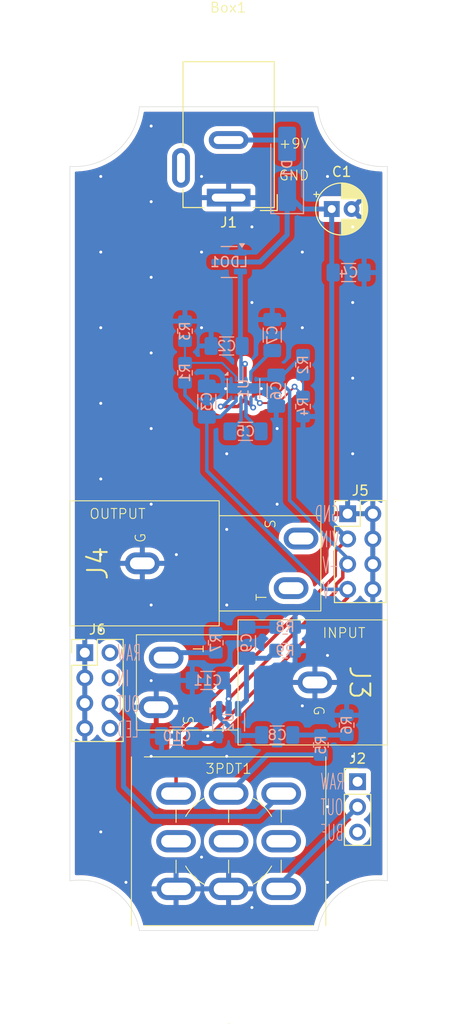
<source format=kicad_pcb>
(kicad_pcb (version 20240108) (generator "pcbnew") (generator_version "8.0")
  (layers (0 "F.Cu" jumper) (1 "In1.Cu" signal) (2 "In2.Cu" signal) (31 "B.Cu" signal) (34 "B.Paste" user) (35 "F.Paste" user) (36 "B.SilkS" user "B.Silkscreen") (37 "F.SilkS" user "F.Silkscreen") (38 "B.Mask" user) (39 "F.Mask" user) (44 "Edge.Cuts" user))
  (net 0 "")
  (net 1 "GND")
  (net 2 "VIN")
  (net 3 "+5V")
  (net 4 "Net-(U1-C+)")
  (net 5 "Net-(U1-C-)")
  (net 6 "+V")
  (net 7 "Net-(D1-A)")
  (net 8 "-V")
  (net 9 "LED")
  (net 10 "Net-(U1-CP)")
  (net 11 "Net-(U2--)")
  (net 12 "OUT^{RAW_OR_BUF}")
  (net 13 "IN^{RAW}")
  (net 14 "OUT^{RAW}")
  (net 16 "BUFFERED")
  (net 17 "IN^{EFF}")
  (net 18 "OUT^{EFF}")
  (net 19 "IN")
  (net 20 "FB+")
  (net 22 "FB-")
  (net 23 "Net-(C8-Pad2)")
  (net 24 "Net-(C9-Pad1)")
  (footprint "Connector_PinHeader_2.54mm:PinHeader_1x03_P2.54mm_Vertical" (layer "F.Cu") (at 113 126)
    (property "Reference" "J2" (at 0 -2.33 0) (layer "F.SilkS"))
    (property "Value" "Conn_01x03_Pin")
    (pad "1" thru_hole rect (at 0 0) (size 1.7 1.7) (drill 1) (layers "*.Cu" "*.Mask" "In3.Cu" "In4.Cu" "In5.Cu" "In6.Cu" "In7.Cu" "In8.Cu" "In9.Cu" "In10.Cu" "In11.Cu" "In12.Cu" "In13.Cu" "In14.Cu" "In15.Cu" "In16.Cu" "In17.Cu" "In18.Cu" "In19.Cu" "In20.Cu" "In21.Cu" "In22.Cu" "In23.Cu" "In24.Cu" "In25.Cu" "In26.Cu" "In27.Cu" "In28.Cu" "In29.Cu" "In30.Cu") (net 13 "IN^{RAW}"))
    (pad "2" thru_hole oval (at 0 2.54) (size 1.7 1.7) (drill 1) (layers "*.Cu" "*.Mask" "In3.Cu" "In4.Cu" "In5.Cu" "In6.Cu" "In7.Cu" "In8.Cu" "In9.Cu" "In10.Cu" "In11.Cu" "In12.Cu" "In13.Cu" "In14.Cu" "In15.Cu" "In16.Cu" "In17.Cu" "In18.Cu" "In19.Cu" "In20.Cu" "In21.Cu" "In22.Cu" "In23.Cu" "In24.Cu" "In25.Cu" "In26.Cu" "In27.Cu" "In28.Cu" "In29.Cu" "In30.Cu") (net 12 "OUT^{RAW_OR_BUF}"))
    (pad "3" thru_hole oval (at 0 5.08) (size 1.7 1.7) (drill 1) (layers "*.Cu" "*.Mask" "In3.Cu" "In4.Cu" "In5.Cu" "In6.Cu" "In7.Cu" "In8.Cu" "In9.Cu" "In10.Cu" "In11.Cu" "In12.Cu" "In13.Cu" "In14.Cu" "In15.Cu" "In16.Cu" "In17.Cu" "In18.Cu" "In19.Cu" "In20.Cu" "In21.Cu" "In22.Cu" "In23.Cu" "In24.Cu" "In25.Cu" "In26.Cu" "In27.Cu" "In28.Cu" "In29.Cu" "In30.Cu") (net 16 "BUFFERED"))
  )
  (footprint "Connector_PinHeader_2.54mm:PinHeader_2x04_P2.54mm_Vertical" (layer "F.Cu") (at 112 99)
    (property "Reference" "J5" (at 1.27 -2.33 0) (layer "F.SilkS"))
    (property "Value" "Conn_02x04_Odd_Even")
    (pad "1" thru_hole rect (at 0 0) (size 1.7 1.7) (drill 1) (layers "*.Cu" "*.Mask" "In3.Cu" "In4.Cu" "In5.Cu" "In6.Cu" "In7.Cu" "In8.Cu" "In9.Cu" "In10.Cu" "In11.Cu" "In12.Cu" "In13.Cu" "In14.Cu" "In15.Cu" "In16.Cu" "In17.Cu" "In18.Cu" "In19.Cu" "In20.Cu" "In21.Cu" "In22.Cu" "In23.Cu" "In24.Cu" "In25.Cu" "In26.Cu" "In27.Cu" "In28.Cu" "In29.Cu" "In30.Cu") (net 1 "GND"))
    (pad "2" thru_hole oval (at 2.54 0) (size 1.7 1.7) (drill 1) (layers "*.Cu" "*.Mask" "In3.Cu" "In4.Cu" "In5.Cu" "In6.Cu" "In7.Cu" "In8.Cu" "In9.Cu" "In10.Cu" "In11.Cu" "In12.Cu" "In13.Cu" "In14.Cu" "In15.Cu" "In16.Cu" "In17.Cu" "In18.Cu" "In19.Cu" "In20.Cu" "In21.Cu" "In22.Cu" "In23.Cu" "In24.Cu" "In25.Cu" "In26.Cu" "In27.Cu" "In28.Cu" "In29.Cu" "In30.Cu") (net 1 "GND"))
    (pad "3" thru_hole oval (at 0 2.54) (size 1.7 1.7) (drill 1) (layers "*.Cu" "*.Mask" "In3.Cu" "In4.Cu" "In5.Cu" "In6.Cu" "In7.Cu" "In8.Cu" "In9.Cu" "In10.Cu" "In11.Cu" "In12.Cu" "In13.Cu" "In14.Cu" "In15.Cu" "In16.Cu" "In17.Cu" "In18.Cu" "In19.Cu" "In20.Cu" "In21.Cu" "In22.Cu" "In23.Cu" "In24.Cu" "In25.Cu" "In26.Cu" "In27.Cu" "In28.Cu" "In29.Cu" "In30.Cu") (net 2 "VIN"))
    (pad "4" thru_hole oval (at 2.54 2.54) (size 1.7 1.7) (drill 1) (layers "*.Cu" "*.Mask" "In3.Cu" "In4.Cu" "In5.Cu" "In6.Cu" "In7.Cu" "In8.Cu" "In9.Cu" "In10.Cu" "In11.Cu" "In12.Cu" "In13.Cu" "In14.Cu" "In15.Cu" "In16.Cu" "In17.Cu" "In18.Cu" "In19.Cu" "In20.Cu" "In21.Cu" "In22.Cu" "In23.Cu" "In24.Cu" "In25.Cu" "In26.Cu" "In27.Cu" "In28.Cu" "In29.Cu" "In30.Cu") (net 1 "GND"))
    (pad "5" thru_hole oval (at 0 5.08) (size 1.7 1.7) (drill 1) (layers "*.Cu" "*.Mask" "In3.Cu" "In4.Cu" "In5.Cu" "In6.Cu" "In7.Cu" "In8.Cu" "In9.Cu" "In10.Cu" "In11.Cu" "In12.Cu" "In13.Cu" "In14.Cu" "In15.Cu" "In16.Cu" "In17.Cu" "In18.Cu" "In19.Cu" "In20.Cu" "In21.Cu" "In22.Cu" "In23.Cu" "In24.Cu" "In25.Cu" "In26.Cu" "In27.Cu" "In28.Cu" "In29.Cu" "In30.Cu") (net 8 "-V"))
    (pad "6" thru_hole oval (at 2.54 5.08) (size 1.7 1.7) (drill 1) (layers "*.Cu" "*.Mask" "In3.Cu" "In4.Cu" "In5.Cu" "In6.Cu" "In7.Cu" "In8.Cu" "In9.Cu" "In10.Cu" "In11.Cu" "In12.Cu" "In13.Cu" "In14.Cu" "In15.Cu" "In16.Cu" "In17.Cu" "In18.Cu" "In19.Cu" "In20.Cu" "In21.Cu" "In22.Cu" "In23.Cu" "In24.Cu" "In25.Cu" "In26.Cu" "In27.Cu" "In28.Cu" "In29.Cu" "In30.Cu") (net 1 "GND"))
    (pad "7" thru_hole oval (at 0 7.62) (size 1.7 1.7) (drill 1) (layers "*.Cu" "*.Mask" "In3.Cu" "In4.Cu" "In5.Cu" "In6.Cu" "In7.Cu" "In8.Cu" "In9.Cu" "In10.Cu" "In11.Cu" "In12.Cu" "In13.Cu" "In14.Cu" "In15.Cu" "In16.Cu" "In17.Cu" "In18.Cu" "In19.Cu" "In20.Cu" "In21.Cu" "In22.Cu" "In23.Cu" "In24.Cu" "In25.Cu" "In26.Cu" "In27.Cu" "In28.Cu" "In29.Cu" "In30.Cu") (net 6 "+V"))
    (pad "8" thru_hole oval (at 2.54 7.62) (size 1.7 1.7) (drill 1) (layers "*.Cu" "*.Mask" "In3.Cu" "In4.Cu" "In5.Cu" "In6.Cu" "In7.Cu" "In8.Cu" "In9.Cu" "In10.Cu" "In11.Cu" "In12.Cu" "In13.Cu" "In14.Cu" "In15.Cu" "In16.Cu" "In17.Cu" "In18.Cu" "In19.Cu" "In20.Cu" "In21.Cu" "In22.Cu" "In23.Cu" "In24.Cu" "In25.Cu" "In26.Cu" "In27.Cu" "In28.Cu" "In29.Cu" "In30.Cu") (net 1 "GND"))
  )
  (footprint "Mylib:1590A" (layer "F.Cu") (at 100 100)
    (property "Reference" "Box1" (at -0.05 -52 0) (layer "F.SilkS") (effects (font (thickness 0.1))))
    (property "Value" "1590A")
  )
  (footprint "Mylib:3PDT-Stomp-Switch" (layer "F.Cu") (at 100 132)
    (property "Reference" "3PDT1" (at 0 -7.3 0) (layer "F.SilkS") (effects (font (thickness 0.1))))
    (property "Value" "StompSwitch")
    (pad "1" thru_hole oval (at -5.3 -4.8) (size 4 2.25) (drill oval 3 1.25) (layers "*.Cu" "*.Mask" "In3.Cu" "In4.Cu" "In5.Cu" "In6.Cu" "In7.Cu" "In8.Cu" "In9.Cu" "In10.Cu" "In11.Cu" "In12.Cu" "In13.Cu" "In14.Cu" "In15.Cu" "In16.Cu" "In17.Cu" "In18.Cu" "In19.Cu" "In20.Cu" "In21.Cu" "In22.Cu" "In23.Cu" "In24.Cu" "In25.Cu" "In26.Cu" "In27.Cu" "In28.Cu" "In29.Cu" "In30.Cu") (net 2 "VIN"))
    (pad "2" thru_hole oval (at -5.3 0) (size 4 2.25) (drill oval 3 1.25) (layers "*.Cu" "*.Mask" "In3.Cu" "In4.Cu" "In5.Cu" "In6.Cu" "In7.Cu" "In8.Cu" "In9.Cu" "In10.Cu" "In11.Cu" "In12.Cu" "In13.Cu" "In14.Cu" "In15.Cu" "In16.Cu" "In17.Cu" "In18.Cu" "In19.Cu" "In20.Cu" "In21.Cu" "In22.Cu" "In23.Cu" "In24.Cu" "In25.Cu" "In26.Cu" "In27.Cu" "In28.Cu" "In29.Cu" "In30.Cu") (net 9 "LED"))
    (pad "3" thru_hole oval (at -5.3 4.8) (size 4 2.25) (drill oval 3 1.25) (layers "*.Cu" "*.Mask" "In3.Cu" "In4.Cu" "In5.Cu" "In6.Cu" "In7.Cu" "In8.Cu" "In9.Cu" "In10.Cu" "In11.Cu" "In12.Cu" "In13.Cu" "In14.Cu" "In15.Cu" "In16.Cu" "In17.Cu" "In18.Cu" "In19.Cu" "In20.Cu" "In21.Cu" "In22.Cu" "In23.Cu" "In24.Cu" "In25.Cu" "In26.Cu" "In27.Cu" "In28.Cu" "In29.Cu" "In30.Cu") (net 1 "GND"))
    (pad "4" thru_hole oval (at 0 -4.8) (size 4 2.25) (drill oval 3 1.25) (layers "*.Cu" "*.Mask" "In3.Cu" "In4.Cu" "In5.Cu" "In6.Cu" "In7.Cu" "In8.Cu" "In9.Cu" "In10.Cu" "In11.Cu" "In12.Cu" "In13.Cu" "In14.Cu" "In15.Cu" "In16.Cu" "In17.Cu" "In18.Cu" "In19.Cu" "In20.Cu" "In21.Cu" "In22.Cu" "In23.Cu" "In24.Cu" "In25.Cu" "In26.Cu" "In27.Cu" "In28.Cu" "In29.Cu" "In30.Cu") (net 16 "BUFFERED"))
    (pad "5" thru_hole oval (at 0 0) (size 4 2.25) (drill oval 3 1.25) (layers "*.Cu" "*.Mask" "In3.Cu" "In4.Cu" "In5.Cu" "In6.Cu" "In7.Cu" "In8.Cu" "In9.Cu" "In10.Cu" "In11.Cu" "In12.Cu" "In13.Cu" "In14.Cu" "In15.Cu" "In16.Cu" "In17.Cu" "In18.Cu" "In19.Cu" "In20.Cu" "In21.Cu" "In22.Cu" "In23.Cu" "In24.Cu" "In25.Cu" "In26.Cu" "In27.Cu" "In28.Cu" "In29.Cu" "In30.Cu") (net 17 "IN^{EFF}"))
    (pad "6" thru_hole oval (at 0 4.8) (size 4 2.25) (drill oval 3 1.25) (layers "*.Cu" "*.Mask" "In3.Cu" "In4.Cu" "In5.Cu" "In6.Cu" "In7.Cu" "In8.Cu" "In9.Cu" "In10.Cu" "In11.Cu" "In12.Cu" "In13.Cu" "In14.Cu" "In15.Cu" "In16.Cu" "In17.Cu" "In18.Cu" "In19.Cu" "In20.Cu" "In21.Cu" "In22.Cu" "In23.Cu" "In24.Cu" "In25.Cu" "In26.Cu" "In27.Cu" "In28.Cu" "In29.Cu" "In30.Cu") (net 1 "GND"))
    (pad "7" thru_hole oval (at 5.3 -4.8) (size 4 2.25) (drill oval 3 1.25) (layers "*.Cu" "*.Mask" "In3.Cu" "In4.Cu" "In5.Cu" "In6.Cu" "In7.Cu" "In8.Cu" "In9.Cu" "In10.Cu" "In11.Cu" "In12.Cu" "In13.Cu" "In14.Cu" "In15.Cu" "In16.Cu" "In17.Cu" "In18.Cu" "In19.Cu" "In20.Cu" "In21.Cu" "In22.Cu" "In23.Cu" "In24.Cu" "In25.Cu" "In26.Cu" "In27.Cu" "In28.Cu" "In29.Cu" "In30.Cu") (net 18 "OUT^{EFF}"))
    (pad "8" thru_hole oval (at 5.3 0) (size 4 2.25) (drill oval 3 1.25) (layers "*.Cu" "*.Mask" "In3.Cu" "In4.Cu" "In5.Cu" "In6.Cu" "In7.Cu" "In8.Cu" "In9.Cu" "In10.Cu" "In11.Cu" "In12.Cu" "In13.Cu" "In14.Cu" "In15.Cu" "In16.Cu" "In17.Cu" "In18.Cu" "In19.Cu" "In20.Cu" "In21.Cu" "In22.Cu" "In23.Cu" "In24.Cu" "In25.Cu" "In26.Cu" "In27.Cu" "In28.Cu" "In29.Cu" "In30.Cu") (net 14 "OUT^{RAW}"))
    (pad "9" thru_hole oval (at 5.3 4.8) (size 4 2.25) (drill oval 3 1.25) (layers "*.Cu" "*.Mask" "In3.Cu" "In4.Cu" "In5.Cu" "In6.Cu" "In7.Cu" "In8.Cu" "In9.Cu" "In10.Cu" "In11.Cu" "In12.Cu" "In13.Cu" "In14.Cu" "In15.Cu" "In16.Cu" "In17.Cu" "In18.Cu" "In19.Cu" "In20.Cu" "In21.Cu" "In22.Cu" "In23.Cu" "In24.Cu" "In25.Cu" "In26.Cu" "In27.Cu" "In28.Cu" "In29.Cu" "In30.Cu") (net 12 "OUT^{RAW_OR_BUF}"))
  )
  (footprint "Connector_PinHeader_2.54mm:PinHeader_2x04_P2.54mm_Vertical" (layer "F.Cu") (at 85.5 113)
    (property "Reference" "J6" (at 1.27 -2.33 0) (layer "F.SilkS"))
    (property "Value" "Conn_02x04_Odd_Even")
    (pad "1" thru_hole rect (at 0 0) (size 1.7 1.7) (drill 1) (layers "*.Cu" "*.Mask" "In3.Cu" "In4.Cu" "In5.Cu" "In6.Cu" "In7.Cu" "In8.Cu" "In9.Cu" "In10.Cu" "In11.Cu" "In12.Cu" "In13.Cu" "In14.Cu" "In15.Cu" "In16.Cu" "In17.Cu" "In18.Cu" "In19.Cu" "In20.Cu" "In21.Cu" "In22.Cu" "In23.Cu" "In24.Cu" "In25.Cu" "In26.Cu" "In27.Cu" "In28.Cu" "In29.Cu" "In30.Cu") (net 1 "GND"))
    (pad "2" thru_hole oval (at 2.54 0) (size 1.7 1.7) (drill 1) (layers "*.Cu" "*.Mask" "In3.Cu" "In4.Cu" "In5.Cu" "In6.Cu" "In7.Cu" "In8.Cu" "In9.Cu" "In10.Cu" "In11.Cu" "In12.Cu" "In13.Cu" "In14.Cu" "In15.Cu" "In16.Cu" "In17.Cu" "In18.Cu" "In19.Cu" "In20.Cu" "In21.Cu" "In22.Cu" "In23.Cu" "In24.Cu" "In25.Cu" "In26.Cu" "In27.Cu" "In28.Cu" "In29.Cu" "In30.Cu") (net 13 "IN^{RAW}"))
    (pad "3" thru_hole oval (at 0 2.54) (size 1.7 1.7) (drill 1) (layers "*.Cu" "*.Mask" "In3.Cu" "In4.Cu" "In5.Cu" "In6.Cu" "In7.Cu" "In8.Cu" "In9.Cu" "In10.Cu" "In11.Cu" "In12.Cu" "In13.Cu" "In14.Cu" "In15.Cu" "In16.Cu" "In17.Cu" "In18.Cu" "In19.Cu" "In20.Cu" "In21.Cu" "In22.Cu" "In23.Cu" "In24.Cu" "In25.Cu" "In26.Cu" "In27.Cu" "In28.Cu" "In29.Cu" "In30.Cu") (net 1 "GND"))
    (pad "4" thru_hole oval (at 2.54 2.54) (size 1.7 1.7) (drill 1) (layers "*.Cu" "*.Mask" "In3.Cu" "In4.Cu" "In5.Cu" "In6.Cu" "In7.Cu" "In8.Cu" "In9.Cu" "In10.Cu" "In11.Cu" "In12.Cu" "In13.Cu" "In14.Cu" "In15.Cu" "In16.Cu" "In17.Cu" "In18.Cu" "In19.Cu" "In20.Cu" "In21.Cu" "In22.Cu" "In23.Cu" "In24.Cu" "In25.Cu" "In26.Cu" "In27.Cu" "In28.Cu" "In29.Cu" "In30.Cu") (net 17 "IN^{EFF}"))
    (pad "5" thru_hole oval (at 0 5.08) (size 1.7 1.7) (drill 1) (layers "*.Cu" "*.Mask" "In3.Cu" "In4.Cu" "In5.Cu" "In6.Cu" "In7.Cu" "In8.Cu" "In9.Cu" "In10.Cu" "In11.Cu" "In12.Cu" "In13.Cu" "In14.Cu" "In15.Cu" "In16.Cu" "In17.Cu" "In18.Cu" "In19.Cu" "In20.Cu" "In21.Cu" "In22.Cu" "In23.Cu" "In24.Cu" "In25.Cu" "In26.Cu" "In27.Cu" "In28.Cu" "In29.Cu" "In30.Cu") (net 1 "GND"))
    (pad "6" thru_hole oval (at 2.54 5.08) (size 1.7 1.7) (drill 1) (layers "*.Cu" "*.Mask" "In3.Cu" "In4.Cu" "In5.Cu" "In6.Cu" "In7.Cu" "In8.Cu" "In9.Cu" "In10.Cu" "In11.Cu" "In12.Cu" "In13.Cu" "In14.Cu" "In15.Cu" "In16.Cu" "In17.Cu" "In18.Cu" "In19.Cu" "In20.Cu" "In21.Cu" "In22.Cu" "In23.Cu" "In24.Cu" "In25.Cu" "In26.Cu" "In27.Cu" "In28.Cu" "In29.Cu" "In30.Cu") (net 18 "OUT^{EFF}"))
    (pad "7" thru_hole oval (at 0 7.62) (size 1.7 1.7) (drill 1) (layers "*.Cu" "*.Mask" "In3.Cu" "In4.Cu" "In5.Cu" "In6.Cu" "In7.Cu" "In8.Cu" "In9.Cu" "In10.Cu" "In11.Cu" "In12.Cu" "In13.Cu" "In14.Cu" "In15.Cu" "In16.Cu" "In17.Cu" "In18.Cu" "In19.Cu" "In20.Cu" "In21.Cu" "In22.Cu" "In23.Cu" "In24.Cu" "In25.Cu" "In26.Cu" "In27.Cu" "In28.Cu" "In29.Cu" "In30.Cu") (net 1 "GND"))
    (pad "8" thru_hole oval (at 2.54 7.62) (size 1.7 1.7) (drill 1) (layers "*.Cu" "*.Mask" "In3.Cu" "In4.Cu" "In5.Cu" "In6.Cu" "In7.Cu" "In8.Cu" "In9.Cu" "In10.Cu" "In11.Cu" "In12.Cu" "In13.Cu" "In14.Cu" "In15.Cu" "In16.Cu" "In17.Cu" "In18.Cu" "In19.Cu" "In20.Cu" "In21.Cu" "In22.Cu" "In23.Cu" "In24.Cu" "In25.Cu" "In26.Cu" "In27.Cu" "In28.Cu" "In29.Cu" "In30.Cu") (net 9 "LED"))
  )
  (footprint "Mylib:CK-6.35" (layer "F.Cu") (at 103.2 116 180)
    (property "Reference" "J3" (at -10 0 -90) (layer "F.SilkS") (effects (font (size 2 2) (thickness 0.2))))
    (property "Value" "AudioJack2_Ground")
    (fp_text user "G" (at -5.3 -2.275 -90) (layer "F.SilkS") (effects (font (thickness 0.1)) (justify left bottom)))
    (fp_text user "T" (at 6.9 3.825 -90) (layer "F.SilkS") (effects (font (thickness 0.1)) (justify left bottom)))
    (fp_text user "S" (at 7.9 -3.275 -90) (layer "F.SilkS") (effects (font (thickness 0.1)) (justify left bottom)))
    (pad "G" thru_hole oval (at -5.5 0 180) (size 3.5 2.2) (drill oval 2.5 1.2) (layers "*.Cu" "*.Mask" "In3.Cu" "In4.Cu" "In5.Cu" "In6.Cu" "In7.Cu" "In8.Cu" "In9.Cu" "In10.Cu" "In11.Cu" "In12.Cu" "In13.Cu" "In14.Cu" "In15.Cu" "In16.Cu" "In17.Cu" "In18.Cu" "In19.Cu" "In20.Cu" "In21.Cu" "In22.Cu" "In23.Cu" "In24.Cu" "In25.Cu" "In26.Cu" "In27.Cu" "In28.Cu" "In29.Cu" "In30.Cu") (net 1 "GND"))
    (pad "S" thru_hole oval (at 10.5 -2.5 180) (size 3.5 2.2) (drill oval 2.5 1.2) (layers "*.Cu" "*.Mask" "In3.Cu" "In4.Cu" "In5.Cu" "In6.Cu" "In7.Cu" "In8.Cu" "In9.Cu" "In10.Cu" "In11.Cu" "In12.Cu" "In13.Cu" "In14.Cu" "In15.Cu" "In16.Cu" "In17.Cu" "In18.Cu" "In19.Cu" "In20.Cu" "In21.Cu" "In22.Cu" "In23.Cu" "In24.Cu" "In25.Cu" "In26.Cu" "In27.Cu" "In28.Cu" "In29.Cu" "In30.Cu") (net 1 "GND"))
    (pad "T" thru_hole oval (at 9.5 2.5 180) (size 3.5 2.2) (drill oval 2.5 1.2) (layers "*.Cu" "*.Mask" "In3.Cu" "In4.Cu" "In5.Cu" "In6.Cu" "In7.Cu" "In8.Cu" "In9.Cu" "In10.Cu" "In11.Cu" "In12.Cu" "In13.Cu" "In14.Cu" "In15.Cu" "In16.Cu" "In17.Cu" "In18.Cu" "In19.Cu" "In20.Cu" "In21.Cu" "In22.Cu" "In23.Cu" "In24.Cu" "In25.Cu" "In26.Cu" "In27.Cu" "In28.Cu" "In29.Cu" "In30.Cu") (net 13 "IN^{RAW}"))
  )
  (footprint "Capacitor_THT:CP_Radial_D5.0mm_P2.00mm" (layer "F.Cu") (at 110.394888 68.3)
    (property "Reference" "C1" (at 1 -3.75 0) (layer "F.SilkS"))
    (property "Value" "47uF")
    (pad "1" thru_hole rect (at 0 0) (size 1.6 1.6) (drill 0.8) (layers "*.Cu" "*.Mask" "In3.Cu" "In4.Cu" "In5.Cu" "In6.Cu" "In7.Cu" "In8.Cu" "In9.Cu" "In10.Cu" "In11.Cu" "In12.Cu" "In13.Cu" "In14.Cu" "In15.Cu" "In16.Cu" "In17.Cu" "In18.Cu" "In19.Cu" "In20.Cu" "In21.Cu" "In22.Cu" "In23.Cu" "In24.Cu" "In25.Cu" "In26.Cu" "In27.Cu" "In28.Cu" "In29.Cu" "In30.Cu") (net 2 "VIN"))
    (pad "2" thru_hole circle (at 2 0) (size 1.6 1.6) (drill 0.8) (layers "*.Cu" "*.Mask" "In3.Cu" "In4.Cu" "In5.Cu" "In6.Cu" "In7.Cu" "In8.Cu" "In9.Cu" "In10.Cu" "In11.Cu" "In12.Cu" "In13.Cu" "In14.Cu" "In15.Cu" "In16.Cu" "In17.Cu" "In18.Cu" "In19.Cu" "In20.Cu" "In21.Cu" "In22.Cu" "In23.Cu" "In24.Cu" "In25.Cu" "In26.Cu" "In27.Cu" "In28.Cu" "In29.Cu" "In30.Cu") (net 1 "GND"))
  )
  (footprint "Connector_BarrelJack:BarrelJack_Wuerth_6941xx301002" (layer "F.Cu") (at 100 67.15 180)
    (property "Reference" "J1" (at 0 -2.5 0) (layer "F.SilkS"))
    (property "Value" "Barrel_Jack_Switch")
    (pad "1" thru_hole rect (at 0 0 180) (size 4.4 1.8) (drill oval 3.4 0.8) (layers "*.Cu" "*.Mask" "In3.Cu" "In4.Cu" "In5.Cu" "In6.Cu" "In7.Cu" "In8.Cu" "In9.Cu" "In10.Cu" "In11.Cu" "In12.Cu" "In13.Cu" "In14.Cu" "In15.Cu" "In16.Cu" "In17.Cu" "In18.Cu" "In19.Cu" "In20.Cu" "In21.Cu" "In22.Cu" "In23.Cu" "In24.Cu" "In25.Cu" "In26.Cu" "In27.Cu" "In28.Cu" "In29.Cu" "In30.Cu") (net 1 "GND"))
    (pad "2" thru_hole oval (at 0 5.8 180) (size 4 1.8) (drill oval 3 0.8) (layers "*.Cu" "*.Mask" "In3.Cu" "In4.Cu" "In5.Cu" "In6.Cu" "In7.Cu" "In8.Cu" "In9.Cu" "In10.Cu" "In11.Cu" "In12.Cu" "In13.Cu" "In14.Cu" "In15.Cu" "In16.Cu" "In17.Cu" "In18.Cu" "In19.Cu" "In20.Cu" "In21.Cu" "In22.Cu" "In23.Cu" "In24.Cu" "In25.Cu" "In26.Cu" "In27.Cu" "In28.Cu" "In29.Cu" "In30.Cu") (net 7 "Net-(D1-A)"))
    (pad "3" thru_hole oval (at 4.8 3 270) (size 4 1.8) (drill oval 3 0.8) (layers "*.Cu" "*.Mask" "In3.Cu" "In4.Cu" "In5.Cu" "In6.Cu" "In7.Cu" "In8.Cu" "In9.Cu" "In10.Cu" "In11.Cu" "In12.Cu" "In13.Cu" "In14.Cu" "In15.Cu" "In16.Cu" "In17.Cu" "In18.Cu" "In19.Cu" "In20.Cu" "In21.Cu" "In22.Cu" "In23.Cu" "In24.Cu" "In25.Cu" "In26.Cu" "In27.Cu" "In28.Cu" "In29.Cu" "In30.Cu"))
  )
  (footprint "Mylib:CK-6.35" (layer "F.Cu") (at 96.8 104)
    (property "Reference" "J4" (at -10 0 90) (layer "F.SilkS") (effects (font (size 2 2) (thickness 0.2))))
    (property "Value" "AudioJack2_Ground")
    (fp_text user "G" (at -5.1 -2 90) (layer "F.SilkS") (effects (font (thickness 0.1)) (justify left bottom)))
    (fp_text user "T" (at 7.1 3.875 90) (layer "F.SilkS") (effects (font (thickness 0.1)) (justify left bottom)))
    (fp_text user "S" (at 8 -3.425 90) (layer "F.SilkS") (effects (font (thickness 0.1)) (justify left bottom)))
    (pad "G" thru_hole oval (at -5.5 0) (size 3.5 2.2) (drill oval 2.5 1.2) (layers "*.Cu" "*.Mask" "In3.Cu" "In4.Cu" "In5.Cu" "In6.Cu" "In7.Cu" "In8.Cu" "In9.Cu" "In10.Cu" "In11.Cu" "In12.Cu" "In13.Cu" "In14.Cu" "In15.Cu" "In16.Cu" "In17.Cu" "In18.Cu" "In19.Cu" "In20.Cu" "In21.Cu" "In22.Cu" "In23.Cu" "In24.Cu" "In25.Cu" "In26.Cu" "In27.Cu" "In28.Cu" "In29.Cu" "In30.Cu") (net 1 "GND"))
    (pad "S" thru_hole oval (at 10.5 -2.5) (size 3.5 2.2) (drill oval 2.5 1.2) (layers "*.Cu" "*.Mask" "In3.Cu" "In4.Cu" "In5.Cu" "In6.Cu" "In7.Cu" "In8.Cu" "In9.Cu" "In10.Cu" "In11.Cu" "In12.Cu" "In13.Cu" "In14.Cu" "In15.Cu" "In16.Cu" "In17.Cu" "In18.Cu" "In19.Cu" "In20.Cu" "In21.Cu" "In22.Cu" "In23.Cu" "In24.Cu" "In25.Cu" "In26.Cu" "In27.Cu" "In28.Cu" "In29.Cu" "In30.Cu"))
    (pad "T" thru_hole oval (at 9.5 2.5) (size 3.5 2.2) (drill oval 2.5 1.2) (layers "*.Cu" "*.Mask" "In3.Cu" "In4.Cu" "In5.Cu" "In6.Cu" "In7.Cu" "In8.Cu" "In9.Cu" "In10.Cu" "In11.Cu" "In12.Cu" "In13.Cu" "In14.Cu" "In15.Cu" "In16.Cu" "In17.Cu" "In18.Cu" "In19.Cu" "In20.Cu" "In21.Cu" "In22.Cu" "In23.Cu" "In24.Cu" "In25.Cu" "In26.Cu" "In27.Cu" "In28.Cu" "In29.Cu" "In30.Cu") (net 14 "OUT^{RAW}"))
  )
  (footprint "Capacitor_SMD:C_1206_3216Metric_Pad1.33x1.80mm_HandSolder" (layer "B.Cu") (at 104.4 81 90)
    (property "Reference" "C7" (at 0 0 90) (layer "B.SilkS") (effects (justify mirror)))
    (property "Value" "4.7uF")
    (pad "1" smd roundrect (at -1.5625 0 90) (size 1.325 1.8) (layers "B.Cu" "B.Paste" "B.Mask") (roundrect_rratio 0.188679) (net 10 "Net-(U1-CP)"))
    (pad "2" smd roundrect (at 1.5625 0 90) (size 1.325 1.8) (layers "B.Cu" "B.Paste" "B.Mask") (roundrect_rratio 0.188679) (net 1 "GND"))
  )
  (footprint "Capacitor_SMD:C_1206_3216Metric_Pad1.33x1.80mm_HandSolder" (layer "B.Cu") (at 99.8 82.1 180)
    (property "Reference" "C2" (at 0 0 0) (layer "B.SilkS") (effects (justify mirror)))
    (property "Value" "4.7uF")
    (pad "1" smd roundrect (at -1.5625 0 180) (size 1.325 1.8) (layers "B.Cu" "B.Paste" "B.Mask") (roundrect_rratio 0.188679) (net 3 "+5V"))
    (pad "2" smd roundrect (at 1.5625 0 180) (size 1.325 1.8) (layers "B.Cu" "B.Paste" "B.Mask") (roundrect_rratio 0.188679) (net 1 "GND"))
  )
  (footprint "Package_SON:WSON-12-1EP_3x2mm_P0.5mm_EP1x2.65" (layer "B.Cu") (at 101.5 86.4 -90)
    (property "Reference" "U1" (at 0 0 90) (layer "B.SilkS") (effects (justify mirror)))
    (property "Value" "LM27762")
    (pad "1" smd roundrect (at -0.95 1.25 270) (size 0.5 0.25) (layers "B.Cu" "B.Paste" "B.Mask") (net 1 "GND"))
    (pad "2" smd roundrect (at -0.95 0.75 270) (size 0.5 0.25) (layers "B.Cu" "B.Paste" "B.Mask") (net 20 "FB+"))
    (pad "3" smd roundrect (at -0.95 0.25 270) (size 0.5 0.25) (layers "B.Cu" "B.Paste" "B.Mask") (net 3 "+5V"))
    (pad "4" smd roundrect (at -0.95 -0.25 270) (size 0.5 0.25) (layers "B.Cu" "B.Paste" "B.Mask") (net 1 "GND"))
    (pad "5" smd roundrect (at -0.95 -0.75 270) (size 0.5 0.25) (layers "B.Cu" "B.Paste" "B.Mask") (net 10 "Net-(U1-CP)"))
    (pad "6" smd roundrect (at -0.95 -1.25 270) (size 0.5 0.25) (layers "B.Cu" "B.Paste" "B.Mask") (net 8 "-V"))
    (pad "7" smd roundrect (at 0.95 -1.25 270) (size 0.5 0.25) (layers "B.Cu" "B.Paste" "B.Mask") (net 22 "FB-"))
    (pad "8" smd roundrect (at 0.95 -0.75 270) (size 0.5 0.25) (layers "B.Cu" "B.Paste" "B.Mask") (net 3 "+5V"))
    (pad "9" smd roundrect (at 0.95 -0.25 270) (size 0.5 0.25) (layers "B.Cu" "B.Paste" "B.Mask") (net 5 "Net-(U1-C-)"))
    (pad "10" smd roundrect (at 0.95 0.25 270) (size 0.5 0.25) (layers "B.Cu" "B.Paste" "B.Mask") (net 4 "Net-(U1-C+)"))
    (pad "11" smd roundrect (at 0.95 0.75 270) (size 0.5 0.25) (layers "B.Cu" "B.Paste" "B.Mask") (net 6 "+V"))
    (pad "12" smd roundrect (at 0.95 1.25 270) (size 0.5 0.25) (layers "B.Cu" "B.Paste" "B.Mask") (net 3 "+5V"))
    (pad "13" smd rect (at 0 0 270) (size 1 2.65) (layers "B.Cu" "B.Mask") (net 1 "GND"))
  )
  (footprint "Resistor_SMD:R_0805_2012Metric_Pad1.20x1.40mm_HandSolder" (layer "B.Cu") (at 107.5 84 -90)
    (property "Reference" "R2" (at 0 0 90) (layer "B.SilkS") (effects (justify mirror)))
    (property "Value" "200k")
    (pad "1" smd roundrect (at -1 0 270) (size 1.2 1.4) (layers "B.Cu" "B.Paste" "B.Mask") (roundrect_rratio 0.208333) (net 8 "-V"))
    (pad "2" smd roundrect (at 1 0 270) (size 1.2 1.4) (layers "B.Cu" "B.Paste" "B.Mask") (roundrect_rratio 0.208333) (net 22 "FB-"))
  )
  (footprint "Capacitor_SMD:C_1206_3216Metric_Pad1.33x1.80mm_HandSolder" (layer "B.Cu") (at 104.9 121.3)
    (property "Reference" "C8" (at 0 0 0) (layer "B.SilkS") (effects (justify mirror)))
    (property "Value" "1uF")
    (pad "1" smd roundrect (at -1.5625 0) (size 1.325 1.8) (layers "B.Cu" "B.Paste" "B.Mask") (roundrect_rratio 0.188679) (net 11 "Net-(U2--)"))
    (pad "2" smd roundrect (at 1.5625 0) (size 1.325 1.8) (layers "B.Cu" "B.Paste" "B.Mask") (roundrect_rratio 0.188679) (net 23 "Net-(C8-Pad2)"))
  )
  (footprint "Capacitor_SMD:C_1206_3216Metric_Pad1.33x1.80mm_HandSolder" (layer "B.Cu") (at 101.7 90.7 180)
    (property "Reference" "C5" (at 0 0 0) (layer "B.SilkS") (effects (justify mirror)))
    (property "Value" "1uF")
    (pad "1" smd roundrect (at -1.5625 0 180) (size 1.325 1.8) (layers "B.Cu" "B.Paste" "B.Mask") (roundrect_rratio 0.188679) (net 5 "Net-(U1-C-)"))
    (pad "2" smd roundrect (at 1.5625 0 180) (size 1.325 1.8) (layers "B.Cu" "B.Paste" "B.Mask") (roundrect_rratio 0.188679) (net 4 "Net-(U1-C+)"))
  )
  (footprint "Capacitor_SMD:C_1206_3216Metric_Pad1.33x1.80mm_HandSolder" (layer "B.Cu") (at 101.8 112 -90)
    (property "Reference" "C9" (at 0 0 90) (layer "B.SilkS") (effects (justify mirror)))
    (property "Value" "0.1uF" (hide yes))
    (pad "1" smd roundrect (at -1.5625 0 270) (size 1.325 1.8) (layers "B.Cu" "B.Paste" "B.Mask") (roundrect_rratio 0.188679) (net 24 "Net-(C9-Pad1)"))
    (pad "2" smd roundrect (at 1.5625 0 270) (size 1.325 1.8) (layers "B.Cu" "B.Paste" "B.Mask") (roundrect_rratio 0.188679) (net 19 "IN"))
  )
  (footprint "Resistor_SMD:R_0805_2012Metric_Pad1.20x1.40mm_HandSolder" (layer "B.Cu") (at 111.9 120.3 90)
    (property "Reference" "R6" (at 0 0 90) (layer "B.SilkS") (effects (justify mirror)))
    (property "Value" "470k")
    (pad "1" smd roundrect (at -1 0 90) (size 1.2 1.4) (layers "B.Cu" "B.Paste" "B.Mask") (roundrect_rratio 0.208333) (net 23 "Net-(C8-Pad2)"))
    (pad "2" smd roundrect (at 1 0 90) (size 1.2 1.4) (layers "B.Cu" "B.Paste" "B.Mask") (roundrect_rratio 0.208333) (net 1 "GND"))
  )
  (footprint "Resistor_SMD:R_0805_2012Metric_Pad1.20x1.40mm_HandSolder" (layer "B.Cu") (at 98.7 112 90)
    (property "Reference" "R7" (at 0 0 90) (layer "B.SilkS") (effects (justify mirror)))
    (property "Value" "10k" (hide yes))
    (pad "1" smd roundrect (at -1 0 90) (size 1.2 1.4) (layers "B.Cu" "B.Paste" "B.Mask") (roundrect_rratio 0.208333) (net 13 "IN^{RAW}"))
    (pad "2" smd roundrect (at 1 0 90) (size 1.2 1.4) (layers "B.Cu" "B.Paste" "B.Mask") (roundrect_rratio 0.208333) (net 24 "Net-(C9-Pad1)"))
  )
  (footprint "Resistor_SMD:R_0805_2012Metric_Pad1.20x1.40mm_HandSolder" (layer "B.Cu") (at 105.7 112.8)
    (property "Reference" "R9" (at 0 0 0) (layer "B.SilkS") (effects (justify mirror)))
    (property "Value" "470k" (hide yes))
    (pad "1" smd roundrect (at -1 0) (size 1.2 1.4) (layers "B.Cu" "B.Paste" "B.Mask") (roundrect_rratio 0.208333) (net 19 "IN"))
    (pad "2" smd roundrect (at 1 0) (size 1.2 1.4) (layers "B.Cu" "B.Paste" "B.Mask") (roundrect_rratio 0.208333) (net 1 "GND"))
  )
  (footprint "Resistor_SMD:R_0805_2012Metric_Pad1.20x1.40mm_HandSolder" (layer "B.Cu") (at 95.6 80.6 90)
    (property "Reference" "R3" (at 0 0 90) (layer "B.SilkS") (effects (justify mirror)))
    (property "Value" "82k")
    (pad "1" smd roundrect (at -1 0 90) (size 1.2 1.4) (layers "B.Cu" "B.Paste" "B.Mask") (roundrect_rratio 0.208333) (net 20 "FB+"))
    (pad "2" smd roundrect (at 1 0 90) (size 1.2 1.4) (layers "B.Cu" "B.Paste" "B.Mask") (roundrect_rratio 0.208333) (net 1 "GND"))
  )
  (footprint "Capacitor_SMD:C_1206_3216Metric_Pad1.33x1.80mm_HandSolder" (layer "B.Cu") (at 97.9 115.8 180)
    (property "Reference" "C11" (at 0 0 0) (layer "B.SilkS") (effects (justify mirror)))
    (property "Value" "0.1uF" (hide yes))
    (pad "1" smd roundrect (at -1.5625 0 180) (size 1.325 1.8) (layers "B.Cu" "B.Paste" "B.Mask") (roundrect_rratio 0.188679) (net 8 "-V"))
    (pad "2" smd roundrect (at 1.5625 0 180) (size 1.325 1.8) (layers "B.Cu" "B.Paste" "B.Mask") (roundrect_rratio 0.188679) (net 1 "GND"))
  )
  (footprint "Resistor_SMD:R_0805_2012Metric_Pad1.20x1.40mm_HandSolder" (layer "B.Cu") (at 95.6 84.8 90)
    (property "Reference" "R1" (at 0 0 90) (layer "B.SilkS") (effects (justify mirror)))
    (property "Value" "200k")
    (pad "1" smd roundrect (at -1 0 90) (size 1.2 1.4) (layers "B.Cu" "B.Paste" "B.Mask") (roundrect_rratio 0.208333) (net 6 "+V"))
    (pad "2" smd roundrect (at 1 0 90) (size 1.2 1.4) (layers "B.Cu" "B.Paste" "B.Mask") (roundrect_rratio 0.208333) (net 20 "FB+"))
  )
  (footprint "Capacitor_SMD:C_1206_3216Metric_Pad1.33x1.80mm_HandSolder" (layer "B.Cu") (at 97.8 87.7 90)
    (property "Reference" "C3" (at 0 0 90) (layer "B.SilkS") (effects (justify mirror)))
    (property "Value" "2.2uF")
    (pad "1" smd roundrect (at -1.5625 0 90) (size 1.325 1.8) (layers "B.Cu" "B.Paste" "B.Mask") (roundrect_rratio 0.188679) (net 6 "+V"))
    (pad "2" smd roundrect (at 1.5625 0 90) (size 1.325 1.8) (layers "B.Cu" "B.Paste" "B.Mask") (roundrect_rratio 0.188679) (net 1 "GND"))
  )
  (footprint "Resistor_SMD:R_0805_2012Metric_Pad1.20x1.40mm_HandSolder" (layer "B.Cu") (at 107.5 88.2 -90)
    (property "Reference" "R4" (at 0 0 90) (layer "B.SilkS") (effects (justify mirror)))
    (property "Value" "82k")
    (pad "1" smd roundrect (at -1 0 270) (size 1.2 1.4) (layers "B.Cu" "B.Paste" "B.Mask") (roundrect_rratio 0.208333) (net 22 "FB-"))
    (pad "2" smd roundrect (at 1 0 270) (size 1.2 1.4) (layers "B.Cu" "B.Paste" "B.Mask") (roundrect_rratio 0.208333) (net 1 "GND"))
  )
  (footprint "Capacitor_SMD:C_1206_3216Metric_Pad1.33x1.80mm_HandSolder" (layer "B.Cu") (at 112.1 74.7)
    (property "Reference" "C4" (at 0 0 0) (layer "B.SilkS") (effects (justify mirror)))
    (property "Value" "1uF")
    (pad "1" smd roundrect (at -1.5625 0) (size 1.325 1.8) (layers "B.Cu" "B.Paste" "B.Mask") (roundrect_rratio 0.188679) (net 2 "VIN"))
    (pad "2" smd roundrect (at 1.5625 0) (size 1.325 1.8) (layers "B.Cu" "B.Paste" "B.Mask") (roundrect_rratio 0.188679) (net 1 "GND"))
  )
  (footprint "Resistor_SMD:R_0805_2012Metric_Pad1.20x1.40mm_HandSolder" (layer "B.Cu") (at 109.3 122.3 -90)
    (property "Reference" "R5" (at 0 0 90) (layer "B.SilkS") (effects (justify mirror)))
    (property "Value" "10k")
    (pad "1" smd roundrect (at -1 0 270) (size 1.2 1.4) (layers "B.Cu" "B.Paste" "B.Mask") (roundrect_rratio 0.208333) (net 23 "Net-(C8-Pad2)"))
    (pad "2" smd roundrect (at 1 0 270) (size 1.2 1.4) (layers "B.Cu" "B.Paste" "B.Mask") (roundrect_rratio 0.208333) (net 16 "BUFFERED"))
  )
  (footprint "Resistor_SMD:R_0805_2012Metric_Pad1.20x1.40mm_HandSolder" (layer "B.Cu") (at 105.7 110.4)
    (property "Reference" "R8" (at 0 0 0) (layer "B.SilkS") (effects (justify mirror)))
    (property "Value" "1M0" (hide yes))
    (pad "1" smd roundrect (at -1 0) (size 1.2 1.4) (layers "B.Cu" "B.Paste" "B.Mask") (roundrect_rratio 0.208333) (net 24 "Net-(C9-Pad1)"))
    (pad "2" smd roundrect (at 1 0) (size 1.2 1.4) (layers "B.Cu" "B.Paste" "B.Mask") (roundrect_rratio 0.208333) (net 1 "GND"))
  )
  (footprint "Capacitor_SMD:C_1206_3216Metric_Pad1.33x1.80mm_HandSolder" (layer "B.Cu") (at 104.8 86.6 -90)
    (property "Reference" "C6" (at 0 0 90) (layer "B.SilkS") (effects (justify mirror)))
    (property "Value" "2.2uF")
    (pad "1" smd roundrect (at -1.5625 0 270) (size 1.325 1.8) (layers "B.Cu" "B.Paste" "B.Mask") (roundrect_rratio 0.188679) (net 8 "-V"))
    (pad "2" smd roundrect (at 1.5625 0 270) (size 1.325 1.8) (layers "B.Cu" "B.Paste" "B.Mask") (roundrect_rratio 0.188679) (net 1 "GND"))
  )
  (footprint "Package_TO_SOT_SMD:SOT-23-5_HandSoldering" (layer "B.Cu") (at 100 120 -90)
    (property "Reference" "U2" (at 0 0 90) (layer "B.SilkS") (effects (justify mirror)))
    (property "Value" "OPA1655" (hide yes))
    (pad "1" smd roundrect (at -1.35 0.95 270) (size 1.56 0.65) (layers "B.Cu" "B.Paste" "B.Mask") (net 11 "Net-(U2--)"))
    (pad "2" smd roundrect (at -1.35 0 270) (size 1.56 0.65) (layers "B.Cu" "B.Paste" "B.Mask") (net 8 "-V"))
    (pad "3" smd roundrect (at -1.35 -0.95 270) (size 1.56 0.65) (layers "B.Cu" "B.Paste" "B.Mask") (net 19 "IN"))
    (pad "4" smd roundrect (at 1.35 -0.95 270) (size 1.56 0.65) (layers "B.Cu" "B.Paste" "B.Mask") (net 11 "Net-(U2--)"))
    (pad "5" smd roundrect (at 1.35 0.95 270) (size 1.56 0.65) (layers "B.Cu" "B.Paste" "B.Mask") (net 6 "+V"))
  )
  (footprint "Capacitor_SMD:C_1206_3216Metric_Pad1.33x1.80mm_HandSolder" (layer "B.Cu") (at 94.8 121.4 180)
    (property "Reference" "C10" (at 0 0 0) (layer "B.SilkS") (effects (justify mirror)))
    (property "Value" "0.1uF" (hide yes))
    (pad "1" smd roundrect (at -1.5625 0 180) (size 1.325 1.8) (layers "B.Cu" "B.Paste" "B.Mask") (roundrect_rratio 0.188679) (net 6 "+V"))
    (pad "2" smd roundrect (at 1.5625 0 180) (size 1.325 1.8) (layers "B.Cu" "B.Paste" "B.Mask") (roundrect_rratio 0.188679) (net 1 "GND"))
  )
  (footprint "Package_TO_SOT_SMD:SOT-23-3" (layer "B.Cu") (at 100.05 73.6375 180)
    (property "Reference" "LDO1" (at 0 0 0) (layer "B.SilkS") (effects (justify mirror)))
    (property "Value" "AP2210")
    (pad "1" smd roundrect (at -1.1375 0.95 180) (size 1.325 0.6) (layers "B.Cu" "B.Paste" "B.Mask") (net 1 "GND"))
    (pad "2" smd roundrect (at -1.1375 -0.95 180) (size 1.325 0.6) (layers "B.Cu" "B.Paste" "B.Mask") (net 3 "+5V"))
    (pad "3" smd roundrect (at 1.1375 0 180) (size 1.325 0.6) (layers "B.Cu" "B.Paste" "B.Mask") (net 2 "VIN"))
  )
  (footprint "Diode_SMD:D_SMA_Handsoldering" (layer "B.Cu") (at 105.9 64.25 90)
    (property "Reference" "D1" (at 0 0 90) (layer "B.SilkS") (effects (justify mirror)))
    (property "Value" "M1")
    (pad "1" smd roundrect (at -2.5 0 90) (size 3.5 1.8) (layers "B.Cu" "B.Paste" "B.Mask") (roundrect_rratio 0.1388888889) (net 2 "VIN"))
    (pad "2" smd roundrect (at 2.5 0 90) (size 3.5 1.8) (layers "B.Cu" "B.Paste" "B.Mask") (roundrect_rratio 0.1388888889) (net 7 "Net-(D1-A)"))
  )
  (gr_arc (start 109 141) (mid 111.464466 137.050253) (end 116 136) (stroke (width 0.05)) (layer "Edge.Cuts"))
  (gr_arc (start 91 58) (mid 88.742641 62.449747) (end 84 64) (stroke (width 0.05)) (layer "Edge.Cuts"))
  (gr_arc (start 116 64) (mid 111.261569 62.444812) (end 109 58) (stroke (width 0.05)) (layer "Edge.Cuts"))
  (gr_line (start 91 141) (end 109 141) (stroke (width 0.05)) (layer "Edge.Cuts"))
  (gr_line (start 116 64) (end 116 136) (stroke (width 0.05)) (layer "Edge.Cuts"))
  (gr_line (start 91 58) (end 109 58) (stroke (width 0.05)) (layer "Edge.Cuts"))
  (gr_line (start 84 136) (end 84 64) (stroke (width 0.05)) (layer "Edge.Cuts"))
  (gr_arc (start 84 136) (mid 88.535534 137.050253) (end 91 141) (stroke (width 0.05)) (layer "Edge.Cuts"))
  (gr_text "GND\nVIN\n-V\n+V" (at 111.2 107.7 0) (layer "B.SilkS") (effects (font (size 1.6 0.8) (thickness 0.1)) (justify left bottom mirror)))
  (gr_text "RAW\nOUT\nBUF" (at 109.2 132.1 0) (layer "B.SilkS") (effects (font (size 1.6 0.8) (thickness 0.1)) (justify right bottom mirror)))
  (gr_text "RAW\nIN\nOUT\nLED" (at 88.7 121.7 0) (layer "B.SilkS") (effects (font (size 1.6 0.8) (thickness 0.1)) (justify right bottom mirror)))
  (gr_text "INPUT" (at 109.4 111.6 0) (layer "F.SilkS") (effects (font (size 1 1) (thickness 0.1)) (justify left bottom)))
  (gr_text "+9V\n\nGND" (at 105 65.5 0) (layer "F.SilkS") (effects (font (size 1 1) (thickness 0.1)) (justify left bottom)))
  (gr_text "OUTPUT" (at 85.9 99.6 0) (layer "F.SilkS") (effects (font (size 1 1) (thickness 0.1)) (justify left bottom)))
  (via (at 109.97 65.0195) (size 0.6) (drill 0.3) (layers "F.Cu" "B.Cu") (net 1))
  (via (at 99.81 123.4395) (size 0.6) (drill 0.3) (layers "F.Cu" "B.Cu") (net 1))
  (via (at 109.97 128.5195) (size 0.6) (drill 0.3) (layers "F.Cu" "B.Cu") (net 1))
  (via (at 87.11 110.7395) (size 0.6) (drill 0.3) (layers "F.Cu" "B.Cu") (net 1))
  (via (at 99.7 86.4) (size 0.6) (drill 0.3) (layers "F.Cu" "B.Cu") (net 1))
  (via (at 112.51 85.3395) (size 0.6) (drill 0.3) (layers "F.Cu" "B.Cu") (net 1))
  (via (at 92.19 82.7995) (size 0.6) (drill 0.3) (layers "F.Cu" "B.Cu") (net 1))
  (via (at 99.81 92.9595) (size 0.6) (drill 0.3) (layers "F.Cu" "B.Cu") (net 1))
  (via (at 112.51 123.4395) (size 0.6) (drill 0.3) (layers "F.Cu" "B.Cu") (net 1))
  (via (at 99.81 108.1995) (size 0.6) (drill 0.3) (layers "F.Cu" "B.Cu") (net 1))
  (via (at 92.19 115.8195) (size 0.6) (drill 0.3) (layers "F.Cu" "B.Cu") (net 1))
  (via (at 87.11 72.6395) (size 0.6) (drill 0.3) (layers "F.Cu" "B.Cu") (net 1))
  (via (at 102.35 70.0995) (size 0.6) (drill 0.3) (layers "F.Cu" "B.Cu") (net 1))
  (via (at 92.19 98.0395) (size 0.6) (drill 0.3) (layers "F.Cu" "B.Cu") (net 1))
  (via (at 87.11 65.0195) (size 0.6) (drill 0.3) (layers "F.Cu" "B.Cu") (net 1))
  (via (at 97.27 65.0195) (size 0.6) (drill 0.3) (layers "F.Cu" "B.Cu") (net 1))
  (via (at 107.43 72.6395) (size 0.6) (drill 0.3) (layers "F.Cu" "B.Cu") (net 1))
  (via (at 92.19 123.4395) (size 0.6) (drill 0.3) (layers "F.Cu" "B.Cu") (net 1))
  (via (at 97.27 133.5995) (size 0.6) (drill 0.3) (layers "F.Cu" "B.Cu") (net 1))
  (via (at 102.35 138.6795) (size 0.6) (drill 0.3) (layers "F.Cu" "B.Cu") (net 1))
  (via (at 107.43 118.3595) (size 0.6) (drill 0.3) (layers "F.Cu" "B.Cu") (net 1))
  (via (at 92.19 90.4195) (size 0.6) (drill 0.3) (layers "F.Cu" "B.Cu") (net 1))
  (via (at 102.35 77.7195) (size 0.6) (drill 0.3) (layers "F.Cu" "B.Cu") (net 1))
  (via (at 104.89 98.0395) (size 0.6) (drill 0.3) (layers "F.Cu" "B.Cu") (net 1))
  (via (at 99.81 100.5795) (size 0.6) (drill 0.3) (layers "F.Cu" "B.Cu") (net 1))
  (via (at 87.11 103.1195) (size 0.6) (drill 0.3) (layers "F.Cu" "B.Cu") (net 1))
  (via (at 87.11 80.2595) (size 0.6) (drill 0.3) (layers "F.Cu" "B.Cu") (net 1))
  (via (at 97.27 80.2595) (size 0.6) (drill 0.3) (layers "F.Cu" "B.Cu") (net 1))
  (via (at 92.19 67.5595) (size 0.6) (drill 0.3) (layers "F.Cu" "B.Cu") (net 1))
  (via (at 87.11 131.0595) (size 0.6) (drill 0.3) (layers "F.Cu" "B.Cu") (net 1))
  (via (at 94.73 103.1195) (size 0.6) (drill 0.3) (layers "F.Cu" "B.Cu") (net 1))
  (via (at 103.3 86.4) (size 0.6) (drill 0.3) (layers "F.Cu" "B.Cu") (net 1))
  (via (at 109.97 113.2795) (size 0.6) (drill 0.3) (layers "F.Cu" "B.Cu") (net 1))
  (via (at 92.19 59.9395) (size 0.6) (drill 0.3) (layers "F.Cu" "B.Cu") (net 1))
  (via (at 112.51 70.0995) (size 0.6) (drill 0.3) (layers "F.Cu" "B.Cu") (net 1))
  (via (at 112.51 77.7195) (size 0.6) (drill 0.3) (layers "F.Cu" "B.Cu") (net 1))
  (via (at 87.11 95.4995) (size 0.6) (drill 0.3) (layers "F.Cu" "B.Cu") (net 1))
  (via (at 107.43 80.2595) (size 0.6) (drill 0.3) (layers "F.Cu" "B.Cu") (net 1))
  (via (at 87.11 87.8795) (size 0.6) (drill 0.3) (layers "F.Cu" "B.Cu") (net 1))
  (via (at 109.97 136.1395) (size 0.6) (drill 0.3) (layers "F.Cu" "B.Cu") (net 1))
  (via (at 104.89 90.4195) (size 0.6) (drill 0.3) (layers "F.Cu" "B.Cu") (net 1))
  (via (at 97.27 72.6395) (size 0.6) (drill 0.3) (layers "F.Cu" "B.Cu") (net 1))
  (via (at 92.19 108.1995) (size 0.6) (drill 0.3) (layers "F.Cu" "B.Cu") (net 1))
  (via (at 92.19 75.1795) (size 0.6) (drill 0.3) (layers "F.Cu" "B.Cu") (net 1))
  (via (at 89.65 136.1395) (size 0.6) (drill 0.3) (layers "F.Cu" "B.Cu") (net 1))
  (via (at 112.51 92.9595) (size 0.6) (drill 0.3) (layers "F.Cu" "B.Cu") (net 1))
  (segment (start 104.8 87.6) (end 104.8 88.1625) (width 1) (layer "B.Cu") (net 1))
  (segment (start 103.55 86.35) (end 104.8 87.6) (width 1) (layer "B.Cu") (net 1))
  (segment (start 97.8 86.1375) (end 98.0125 86.35) (width 1) (layer "B.Cu") (net 1))
  (segment (start 100.25 86.15) (end 100.5 86.4) (width 0.35) (layer "B.Cu") (net 1))
  (segment (start 100.25 85.45) (end 100.25 86.15) (width 0.35) (layer "B.Cu") (net 1))
  (segment (start 101.75 85.45) (end 101.75 86.15) (width 0.35) (layer "B.Cu") (net 1))
  (segment (start 98.0125 86.35) (end 103.55 86.35) (width 1) (layer "B.Cu") (net 1))
  (segment (start 110.75 102.79) (end 110.75 105.25) (width 0.35) (layer "F.Cu") (net 2))
  (segment (start 110.75 105.25) (end 94.7 121.3) (width 0.35) (layer "F.Cu") (net 2))
  (segment (start 94.7 121.3) (end 94.7 127.2) (width 0.35) (layer "F.Cu") (net 2))
  (segment (start 112 101.54) (end 110.75 102.79) (width 0.35) (layer "F.Cu") (net 2))
  (segment (start 105.9 66.75) (end 107.45 68.3) (width 0.5) (layer "B.Cu") (net 2))
  (segment (start 103.1375 73.6375) (end 103.15 73.65) (width 0.5) (layer "B.Cu") (net 2))
  (segment (start 110.394888 99.934888) (end 112 101.54) (width 0.5) (layer "B.Cu") (net 2))
  (segment (start 105.9 66.75) (end 105.9 70.9) (width 0.5) (layer "B.Cu") (net 2))
  (segment (start 103.15 73.65) (end 105.9 70.9) (width 0.5) (layer "B.Cu") (net 2))
  (segment (start 107.45 68.3) (end 110.394888 68.3) (width 0.5) (layer "B.Cu") (net 2))
  (segment (start 98.9125 73.6375) (end 103.1375 73.6375) (width 0.5) (layer "B.Cu") (net 2))
  (segment (start 110.394888 68.3) (end 110.394888 99.934888) (width 0.5) (layer "B.Cu") (net 2))
  (segment (start 101.65 83.9) (end 101.65 87.475) (width 0.35) (layer "F.Cu") (net 3))
  (segment (start 101.65 87.475) (end 102.475 88.3) (width 0.35) (layer "F.Cu") (net 3))
  (segment (start 100.925 88.2) (end 101.65 87.475) (width 0.35) (layer "F.Cu") (net 3))
  (segment (start 99.2 88.2) (end 100.925 88.2) (width 0.35) (layer "F.Cu") (net 3))
  (via (at 101.65 83.9) (size 0.6) (drill 0.3) (layers "F.Cu" "B.Cu") (net 3))
  (via (at 102.475 88.3) (size 0.6) (drill 0.3) (layers "F.Cu" "B.Cu") (net 3))
  (via (at 99.2 88.2) (size 0.6) (drill 0.3) (layers "F.Cu" "B.Cu") (net 3))
  (segment (start 102.25 87.35) (end 102.25 88.075) (width 0.35) (layer "B.Cu") (net 3))
  (segment (start 101.1875 74.5875) (end 101.1875 81.925) (width 0.5) (layer "B.Cu") (net 3))
  (segment (start 101.25 85.45) (end 101.25 82.2125) (width 0.35) (layer "B.Cu") (net 3))
  (segment (start 99.4 88.2) (end 99.2 88.2) (width 0.35) (layer "B.Cu") (net 3))
  (segment (start 102.25 88.075) (end 102.475 88.3) (width 0.35) (layer "B.Cu") (net 3))
  (segment (start 100.25 87.35) (end 99.4 88.2) (width 0.35) (layer "B.Cu") (net 3))
  (segment (start 101.25 89.5875) (end 100.1375 90.7) (width 0.35) (layer "B.Cu") (net 4))
  (segment (start 101.25 87.35) (end 101.25 89.5875) (width 0.35) (layer "B.Cu") (net 4))
  (segment (start 101.75 89.1875) (end 103.2625 90.7) (width 0.35) (layer "B.Cu") (net 5))
  (segment (start 101.75 87.35) (end 101.75 89.1875) (width 0.35) (layer "B.Cu") (net 5))
  (segment (start 98.05 121.4) (end 97.9 121.4) (width 0.35) (layer "F.Cu") (net 6))
  (segment (start 112 106.62) (end 112 107.45) (width 0.35) (layer "F.Cu") (net 6))
  (segment (start 112 107.45) (end 98.05 121.4) (width 0.35) (layer "F.Cu") (net 6))
  (via (at 97.9 121.4) (size 0.6) (drill 0.3) (layers "F.Cu" "B.Cu") (net 6))
  (segment (start 96.3625 121.4) (end 99 121.4) (width 1) (layer "B.Cu") (net 6))
  (segment (start 95.6 87.0625) (end 97.8 89.2625) (width 0.35) (layer "B.Cu") (net 6))
  (segment (start 97.8 89.2625) (end 97.8 94.665254) (width 0.35) (layer "B.Cu") (net 6))
  (segment (start 97.8 89.2625) (end 99.13724 89.2625) (width 0.35) (layer "B.Cu") (net 6))
  (segment (start 95.6 85.8) (end 95.6 87.0625) (width 0.35) (layer "B.Cu") (net 6))
  (segment (start 99.13724 89.2625) (end 100.75 87.64974) (width 0.35) (layer "B.Cu") (net 6))
  (segment (start 100.75 87.64974) (end 100.75 87.35) (width 0.35) (layer "B.Cu") (net 6))
  (segment (start 109.754746 106.62) (end 112 106.62) (width 0.35) (layer "B.Cu") (net 6))
  (segment (start 97.8 94.665254) (end 109.754746 106.62) (width 0.35) (layer "B.Cu") (net 6))
  (segment (start 100 61.35) (end 105.5 61.35) (width 0.5) (layer "B.Cu") (net 7))
  (segment (start 111.513299 105.445) (end 111.513299 104.566701) (width 0.35) (layer "F.Cu") (net 8))
  (segment (start 111.513299 104.566701) (end 112 104.08) (width 0.35) (layer "F.Cu") (net 8))
  (segment (start 111.513299 105.445) (end 110.825 106.133299) (width 0.35) (layer "F.Cu") (net 8))
  (segment (start 110.825 106.133299) (end 110.825 106.825) (width 0.35) (layer "F.Cu") (net 8))
  (segment (start 100 117.65) (end 99.999994 117.65) (width 0.35) (layer "F.Cu") (net 8))
  (segment (start 110.825 106.825) (end 100 117.65) (width 0.35) (layer "F.Cu") (net 8))
  (via (at 99.999994 117.65) (size 0.6) (drill 0.3) (layers "F.Cu" "B.Cu") (net 8))
  (segment (start 106.15 97.65) (end 112 103.5) (width 0.35) (layer "B.Cu") (net 8))
  (segment (start 104.8 85.3) (end 106.15 86.65) (width 0.35) (layer "B.Cu") (net 8))
  (segment (start 100 117.649994) (end 99.999994 117.65) (width 0.5) (layer "B.Cu") (net 8))
  (segment (start 102.75 85.45) (end 104.3875 85.45) (width 0.35) (layer "B.Cu") (net 8))
  (segment (start 100 118.65) (end 100 117.650006) (width 0.5) (layer "B.Cu") (net 8))
  (segment (start 100 116.3375) (end 100 117.649994) (width 0.5) (layer "B.Cu") (net 8))
  (segment (start 100 116.3375) (end 99.4625 115.8) (width 0.3) (layer "B.Cu") (net 8))
  (segment (start 105.4625 85.0375) (end 107.5 83) (width 0.35) (layer "B.Cu") (net 8))
  (segment (start 100 117.650006) (end 99.999994 117.65) (width 0.5) (layer "B.Cu") (net 8))
  (segment (start 106.15 86.65) (end 106.15 97.65) (width 0.35) (layer "B.Cu") (net 8))
  (segment (start 102.25 85.45) (end 102.25 84.7125) (width 0.35) (layer "B.Cu") (net 10))
  (segment (start 102.25 84.7125) (end 104.4 82.5625) (width 0.35) (layer "B.Cu") (net 10))
  (segment (start 99.05 119.45) (end 100.95 121.35) (width 0.5) (layer "B.Cu") (net 11))
  (segment (start 100.95 121.35) (end 103.2875 121.35) (width 0.5) (layer "B.Cu") (net 11))
  (segment (start 99.05 118.65) (end 99.05 119.45) (width 0.3) (layer "B.Cu") (net 11))
  (segment (start 113 128.54) (end 105.3 136.24) (width 0.5) (layer "B.Cu") (net 12))
  (segment (start 98.7 113) (end 94.2 113) (width 0.5) (layer "B.Cu") (net 13))
  (segment (start 100 127.2) (end 103.9 123.3) (width 0.5) (layer "B.Cu") (net 16))
  (segment (start 103.9 123.3) (end 109.3 123.3) (width 0.5) (layer "B.Cu") (net 16))
  (segment (start 87.54 118.08) (end 89.4 119.94) (width 0.5) (layer "B.Cu") (net 18))
  (segment (start 92.4 129.5) (end 103 129.5) (width 0.5) (layer "B.Cu") (net 18))
  (segment (start 89.4 119.94) (end 89.4 126.5) (width 0.5) (layer "B.Cu") (net 18))
  (segment (start 103 129.5) (end 105.3 127.2) (width 0.5) (layer "B.Cu") (net 18))
  (segment (start 89.4 126.5) (end 92.4 129.5) (width 0.5) (layer "B.Cu") (net 18))
  (segment (start 103.9375 113.5625) (end 104.7 112.8) (width 0.5) (layer "B.Cu") (net 19))
  (segment (start 101.8 117.8) (end 100.95 118.65) (width 0.5) (layer "B.Cu") (net 19))
  (segment (start 101.8 113.5625) (end 103.9375 113.5625) (width 0.5) (layer "B.Cu") (net 19))
  (segment (start 101.8 113.5625) (end 101.8 117.8) (width 0.5) (layer "B.Cu") (net 19))
  (segment (start 95.6 83.8) (end 99.349999 83.8) (width 0.2) (layer "B.Cu") (net 20))
  (segment (start 95.6 81.6) (end 95.6 83.8) (width 0.2) (layer "B.Cu") (net 20))
  (segment (start 99.349999 83.8) (end 100.75 85.200001) (width 0.2) (layer "B.Cu") (net 20))
  (segment (start 100.75 85.200001) (end 100.75 85.45) (width 0.2) (layer "B.Cu") (net 20))
  (segment (start 105 87.85) (end 106.65 86.2) (width 0.2) (layer "F.Cu") (net 22))
  (segment (start 103.15 87.85) (end 105 87.85) (width 0.2) (layer "F.Cu") (net 22))
  (via (at 106.65 86.2) (size 0.6) (drill 0.3) (layers "F.Cu" "B.Cu") (net 22))
  (via (at 103.15 87.85) (size 0.6) (drill 0.3) (layers "F.Cu" "B.Cu") (net 22))
  (segment (start 107.5 85) (end 107.5 87.2) (width 0.2) (layer "B.Cu") (net 22))
  (segment (start 107.5 87.05) (end 106.65 86.2) (width 0.2) (layer "B.Cu") (net 22))
  (segment (start 102.75 87.45) (end 103.15 87.85) (width 0.2) (layer "B.Cu") (net 22))
  (segment (start 106.4625 121.3) (end 111.9 121.3) (width 0.5) (layer "B.Cu") (net 23))
  (segment (start 101.2375 111) (end 101.8 110.4375) (width 0.3) (layer "B.Cu") (net 24))
  (segment (start 98.7 111) (end 101.2375 111) (width 0.5) (layer "B.Cu") (net 24))
  (segment (start 101.8 110.4375) (end 104.6625 110.4375) (width 0.3) (layer "B.Cu") (net 24))
  (zone (net 1) (net_name "GND") (layers "F.Cu" "In1.Cu" "In2.Cu" "B.Cu") (connect_pads (clearance 0.5)) (min_thickness 0.25) (fill yes (thermal_gap 0.5) (thermal_bridge_width 0.5) (smoothing fillet) (radius 1))
    (polygon (pts (xy 80.7 50) (xy 119.3 50) (xy 119.3 150) (xy 80.7 150)))
  )
)
</source>
